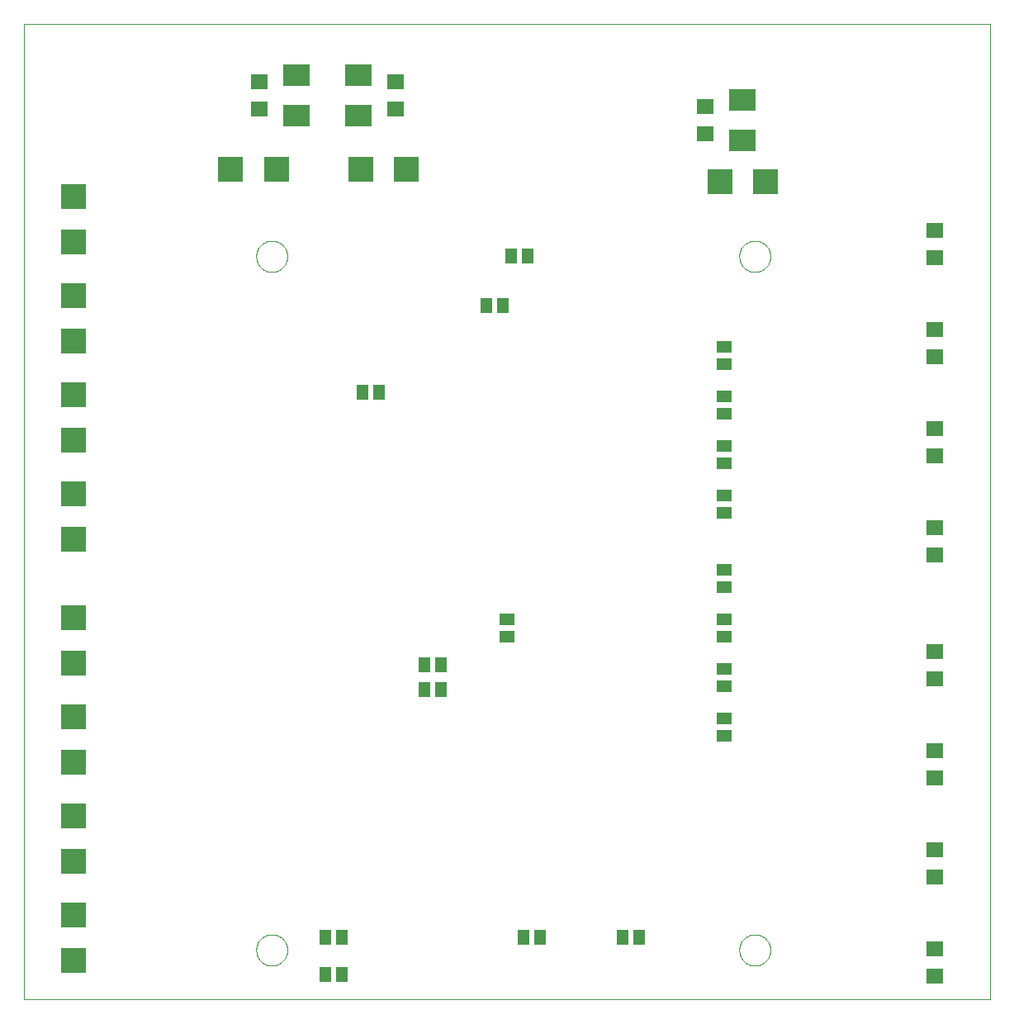
<source format=gbp>
G75*
G70*
%OFA0B0*%
%FSLAX24Y24*%
%IPPOS*%
%LPD*%
%AMOC8*
5,1,8,0,0,1.08239X$1,22.5*
%
%ADD10C,0.0000*%
%ADD11R,0.1000X0.1000*%
%ADD12R,0.0710X0.0630*%
%ADD13R,0.0512X0.0591*%
%ADD14R,0.0591X0.0512*%
%ADD15R,0.1100X0.0900*%
D10*
X000101Y000242D02*
X000101Y039612D01*
X039093Y039612D01*
X039093Y000242D01*
X000101Y000242D01*
X009471Y002242D02*
X009473Y002292D01*
X009479Y002342D01*
X009489Y002391D01*
X009503Y002439D01*
X009520Y002486D01*
X009541Y002531D01*
X009566Y002575D01*
X009594Y002616D01*
X009626Y002655D01*
X009660Y002692D01*
X009697Y002726D01*
X009737Y002756D01*
X009779Y002783D01*
X009823Y002807D01*
X009869Y002828D01*
X009916Y002844D01*
X009964Y002857D01*
X010014Y002866D01*
X010063Y002871D01*
X010114Y002872D01*
X010164Y002869D01*
X010213Y002862D01*
X010262Y002851D01*
X010310Y002836D01*
X010356Y002818D01*
X010401Y002796D01*
X010444Y002770D01*
X010485Y002741D01*
X010524Y002709D01*
X010560Y002674D01*
X010592Y002636D01*
X010622Y002596D01*
X010649Y002553D01*
X010672Y002509D01*
X010691Y002463D01*
X010707Y002415D01*
X010719Y002366D01*
X010727Y002317D01*
X010731Y002267D01*
X010731Y002217D01*
X010727Y002167D01*
X010719Y002118D01*
X010707Y002069D01*
X010691Y002021D01*
X010672Y001975D01*
X010649Y001931D01*
X010622Y001888D01*
X010592Y001848D01*
X010560Y001810D01*
X010524Y001775D01*
X010485Y001743D01*
X010444Y001714D01*
X010401Y001688D01*
X010356Y001666D01*
X010310Y001648D01*
X010262Y001633D01*
X010213Y001622D01*
X010164Y001615D01*
X010114Y001612D01*
X010063Y001613D01*
X010014Y001618D01*
X009964Y001627D01*
X009916Y001640D01*
X009869Y001656D01*
X009823Y001677D01*
X009779Y001701D01*
X009737Y001728D01*
X009697Y001758D01*
X009660Y001792D01*
X009626Y001829D01*
X009594Y001868D01*
X009566Y001909D01*
X009541Y001953D01*
X009520Y001998D01*
X009503Y002045D01*
X009489Y002093D01*
X009479Y002142D01*
X009473Y002192D01*
X009471Y002242D01*
X028971Y002242D02*
X028973Y002292D01*
X028979Y002342D01*
X028989Y002391D01*
X029003Y002439D01*
X029020Y002486D01*
X029041Y002531D01*
X029066Y002575D01*
X029094Y002616D01*
X029126Y002655D01*
X029160Y002692D01*
X029197Y002726D01*
X029237Y002756D01*
X029279Y002783D01*
X029323Y002807D01*
X029369Y002828D01*
X029416Y002844D01*
X029464Y002857D01*
X029514Y002866D01*
X029563Y002871D01*
X029614Y002872D01*
X029664Y002869D01*
X029713Y002862D01*
X029762Y002851D01*
X029810Y002836D01*
X029856Y002818D01*
X029901Y002796D01*
X029944Y002770D01*
X029985Y002741D01*
X030024Y002709D01*
X030060Y002674D01*
X030092Y002636D01*
X030122Y002596D01*
X030149Y002553D01*
X030172Y002509D01*
X030191Y002463D01*
X030207Y002415D01*
X030219Y002366D01*
X030227Y002317D01*
X030231Y002267D01*
X030231Y002217D01*
X030227Y002167D01*
X030219Y002118D01*
X030207Y002069D01*
X030191Y002021D01*
X030172Y001975D01*
X030149Y001931D01*
X030122Y001888D01*
X030092Y001848D01*
X030060Y001810D01*
X030024Y001775D01*
X029985Y001743D01*
X029944Y001714D01*
X029901Y001688D01*
X029856Y001666D01*
X029810Y001648D01*
X029762Y001633D01*
X029713Y001622D01*
X029664Y001615D01*
X029614Y001612D01*
X029563Y001613D01*
X029514Y001618D01*
X029464Y001627D01*
X029416Y001640D01*
X029369Y001656D01*
X029323Y001677D01*
X029279Y001701D01*
X029237Y001728D01*
X029197Y001758D01*
X029160Y001792D01*
X029126Y001829D01*
X029094Y001868D01*
X029066Y001909D01*
X029041Y001953D01*
X029020Y001998D01*
X029003Y002045D01*
X028989Y002093D01*
X028979Y002142D01*
X028973Y002192D01*
X028971Y002242D01*
X028971Y030242D02*
X028973Y030292D01*
X028979Y030342D01*
X028989Y030391D01*
X029003Y030439D01*
X029020Y030486D01*
X029041Y030531D01*
X029066Y030575D01*
X029094Y030616D01*
X029126Y030655D01*
X029160Y030692D01*
X029197Y030726D01*
X029237Y030756D01*
X029279Y030783D01*
X029323Y030807D01*
X029369Y030828D01*
X029416Y030844D01*
X029464Y030857D01*
X029514Y030866D01*
X029563Y030871D01*
X029614Y030872D01*
X029664Y030869D01*
X029713Y030862D01*
X029762Y030851D01*
X029810Y030836D01*
X029856Y030818D01*
X029901Y030796D01*
X029944Y030770D01*
X029985Y030741D01*
X030024Y030709D01*
X030060Y030674D01*
X030092Y030636D01*
X030122Y030596D01*
X030149Y030553D01*
X030172Y030509D01*
X030191Y030463D01*
X030207Y030415D01*
X030219Y030366D01*
X030227Y030317D01*
X030231Y030267D01*
X030231Y030217D01*
X030227Y030167D01*
X030219Y030118D01*
X030207Y030069D01*
X030191Y030021D01*
X030172Y029975D01*
X030149Y029931D01*
X030122Y029888D01*
X030092Y029848D01*
X030060Y029810D01*
X030024Y029775D01*
X029985Y029743D01*
X029944Y029714D01*
X029901Y029688D01*
X029856Y029666D01*
X029810Y029648D01*
X029762Y029633D01*
X029713Y029622D01*
X029664Y029615D01*
X029614Y029612D01*
X029563Y029613D01*
X029514Y029618D01*
X029464Y029627D01*
X029416Y029640D01*
X029369Y029656D01*
X029323Y029677D01*
X029279Y029701D01*
X029237Y029728D01*
X029197Y029758D01*
X029160Y029792D01*
X029126Y029829D01*
X029094Y029868D01*
X029066Y029909D01*
X029041Y029953D01*
X029020Y029998D01*
X029003Y030045D01*
X028989Y030093D01*
X028979Y030142D01*
X028973Y030192D01*
X028971Y030242D01*
X009471Y030242D02*
X009473Y030292D01*
X009479Y030342D01*
X009489Y030391D01*
X009503Y030439D01*
X009520Y030486D01*
X009541Y030531D01*
X009566Y030575D01*
X009594Y030616D01*
X009626Y030655D01*
X009660Y030692D01*
X009697Y030726D01*
X009737Y030756D01*
X009779Y030783D01*
X009823Y030807D01*
X009869Y030828D01*
X009916Y030844D01*
X009964Y030857D01*
X010014Y030866D01*
X010063Y030871D01*
X010114Y030872D01*
X010164Y030869D01*
X010213Y030862D01*
X010262Y030851D01*
X010310Y030836D01*
X010356Y030818D01*
X010401Y030796D01*
X010444Y030770D01*
X010485Y030741D01*
X010524Y030709D01*
X010560Y030674D01*
X010592Y030636D01*
X010622Y030596D01*
X010649Y030553D01*
X010672Y030509D01*
X010691Y030463D01*
X010707Y030415D01*
X010719Y030366D01*
X010727Y030317D01*
X010731Y030267D01*
X010731Y030217D01*
X010727Y030167D01*
X010719Y030118D01*
X010707Y030069D01*
X010691Y030021D01*
X010672Y029975D01*
X010649Y029931D01*
X010622Y029888D01*
X010592Y029848D01*
X010560Y029810D01*
X010524Y029775D01*
X010485Y029743D01*
X010444Y029714D01*
X010401Y029688D01*
X010356Y029666D01*
X010310Y029648D01*
X010262Y029633D01*
X010213Y029622D01*
X010164Y029615D01*
X010114Y029612D01*
X010063Y029613D01*
X010014Y029618D01*
X009964Y029627D01*
X009916Y029640D01*
X009869Y029656D01*
X009823Y029677D01*
X009779Y029701D01*
X009737Y029728D01*
X009697Y029758D01*
X009660Y029792D01*
X009626Y029829D01*
X009594Y029868D01*
X009566Y029909D01*
X009541Y029953D01*
X009520Y029998D01*
X009503Y030045D01*
X009489Y030093D01*
X009479Y030142D01*
X009473Y030192D01*
X009471Y030242D01*
D11*
X010276Y033742D03*
X008426Y033742D03*
X013676Y033742D03*
X015526Y033742D03*
X028176Y033242D03*
X030026Y033242D03*
X002101Y032667D03*
X002101Y030817D03*
X002101Y028667D03*
X002101Y026817D03*
X002101Y024667D03*
X002101Y022817D03*
X002101Y020667D03*
X002101Y018817D03*
X002101Y015667D03*
X002101Y013817D03*
X002101Y011667D03*
X002101Y009817D03*
X002101Y007667D03*
X002101Y005817D03*
X002101Y003667D03*
X002101Y001817D03*
D12*
X027601Y035182D03*
X027601Y036302D03*
X036851Y031302D03*
X036851Y030182D03*
X036851Y027302D03*
X036851Y026182D03*
X036851Y023302D03*
X036851Y022182D03*
X036851Y019302D03*
X036851Y018182D03*
X036851Y014302D03*
X036851Y013182D03*
X036851Y010302D03*
X036851Y009182D03*
X036851Y006302D03*
X036851Y005182D03*
X036851Y002302D03*
X036851Y001182D03*
X015101Y036182D03*
X015101Y037302D03*
X009601Y037302D03*
X009601Y036182D03*
D13*
X018766Y028242D03*
X019435Y028242D03*
X019766Y030242D03*
X020435Y030242D03*
X014435Y024742D03*
X013766Y024742D03*
X016266Y013742D03*
X016935Y013742D03*
X016935Y012742D03*
X016266Y012742D03*
X012935Y002742D03*
X012266Y002742D03*
X012266Y001242D03*
X012935Y001242D03*
X020266Y002742D03*
X020935Y002742D03*
X024266Y002742D03*
X024935Y002742D03*
D14*
X028351Y010907D03*
X028351Y011577D03*
X028351Y012907D03*
X028351Y013577D03*
X028351Y014907D03*
X028351Y015577D03*
X028351Y016907D03*
X028351Y017577D03*
X028351Y019907D03*
X028351Y020577D03*
X028351Y021907D03*
X028351Y022577D03*
X028351Y023907D03*
X028351Y024577D03*
X028351Y025907D03*
X028351Y026577D03*
X019601Y015577D03*
X019601Y014907D03*
D15*
X029101Y034936D03*
X029101Y036547D03*
X013601Y035936D03*
X013601Y037547D03*
X011101Y037547D03*
X011101Y035936D03*
M02*

</source>
